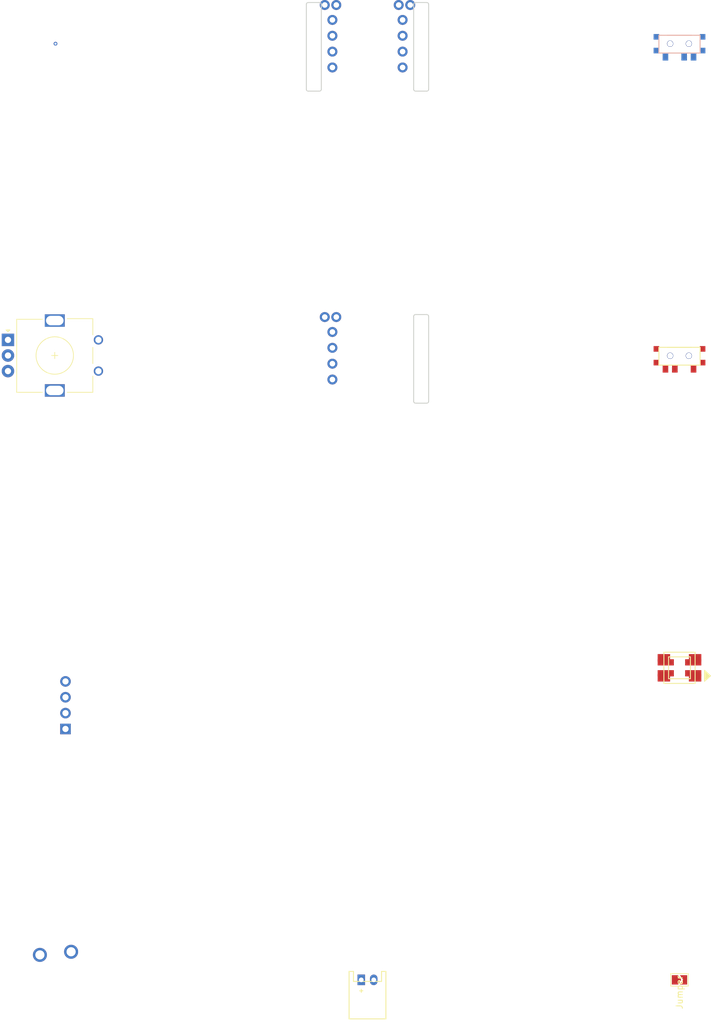
<source format=kicad_pcb>
(kicad_pcb (version 20221018) (generator pcbnew)
  (title_block (title "pcb") (rev "v1.0.0") (company "Unknown"))
  (layers (0 "F.Cu" signal) (31 "B.Cu" signal) (34 "B.Paste" user) (35 "F.Paste" user) (36 "B.SilkS" user "B.Silkscreen") (37 "F.SilkS" user "F.Silkscreen") (38 "B.Mask" user) (39 "F.Mask" user) (44 "Edge.Cuts" user))
  (net 0 "")
  (net 1 "from")
  (net 2 "to")
  (net 3 "pos")
  (net 4 "neg")
  (net 5 "VCC")
  (net 6 "GND")
  (net 7 "SDA")
  (net 8 "SCL")
  (net 9 "din")
  (net 10 "dout")
  (net 11 "A")
  (net 12 "B")
  (net 13 "C")
  (net 14 "D")
  (net 15 "net")
  (module ALPS (layer F.Cu) (at 0 0 0)
    (fp_text reference "S1" hide)
    (fp_text value "" hide)
    (pad 1 thru_hole circle (at 2.5 -4.5) (size 2.25 2.25) (drill 1.47) (layers *.Cu *.Mask) (net 1 "from"))
    (pad 2 thru_hole circle (at -2.5 -4) (size 2.25 2.25) (drill 1.47) (layers *.Cu *.Mask) (net 2 "to"))
  )
  (module JST_PH_S2B-PH-K_02x2.00mm_Angled (layer F.Cu) (at 50 0 0)
    (fp_text reference "JST1" hide)
    (fp_text value "" hide)
    (fp_line (start -2.25 0.25) (end -2.25 -1.35) (layer F.SilkS) (width 0.15))
    (fp_line (start -2.25 -1.35) (end -2.95 -1.35) (layer F.SilkS) (width 0.15))
    (fp_line (start -2.95 -1.35) (end -2.95 6.25) (layer F.SilkS) (width 0.15))
    (fp_line (start -2.95 6.25) (end 2.95 6.25) (layer F.SilkS) (width 0.15))
    (fp_line (start 2.95 6.25) (end 2.95 -1.35) (layer F.SilkS) (width 0.15))
    (fp_line (start 2.95 -1.35) (end 2.25 -1.35) (layer F.SilkS) (width 0.15))
    (fp_line (start 2.25 -1.35) (end 2.25 0.25) (layer F.SilkS) (width 0.15))
    (fp_line (start 2.25 0.25) (end -2.25 0.25) (layer F.SilkS) (width 0.15))
    (fp_line (start -1 1.5) (end -1 2.0) (layer F.SilkS) (width 0.15))
    (fp_line (start -1.25 1.75) (end -0.75 1.75) (layer F.SilkS) (width 0.15))
    (pad 1 thru_hole rect (at -1 0 0) (size 1.2 1.7) (drill 0.75) (layers *.Cu *.Mask) (net 3 "pos"))
    (pad 2 thru_hole oval (at 1 0 0) (size 1.2 1.7) (drill 0.75) (layers *.Cu *.Mask) (net 4 "neg"))
  )
  (footprint "Jumper:SolderJumper-2_P1.3mm_Open_TrianglePad1.0x1.5mm" (layer "F.Cu") (at 100 0 0)
    (fp_text reference "J1" hide)
    (fp_text value Jumper)
    (fp_text value Jumper (at 0 2 270) (layer F.SilkS))
    (fp_line (start 1.4 1) (end -1.4 1) (layer "F.SilkS") (width 0.12))
    (fp_line (start 1.4 -1) (end 1.4 1) (layer "F.SilkS") (width 0.12))
    (fp_line (start -1.4 1) (end -1.4 -1) (layer "F.SilkS") (width 0.12))
    (fp_line (start -1.4 -1) (end 1.4 -1) (layer "F.SilkS") (width 0.12))
    (pad "1" smd custom (at -0.725 0 0) (size 0.3 0.3) (layers "F.Cu" "F.Mask") (net 1 "from") (options (clearance outline) (anchor rect)) (primitives (gr_poly (pts (xy 1 0) (xy 0.5 0.75) (xy -0.5 0.75) (xy -0.5 -0.75) (xy 0.5 -0.75)) (width 0) (fill yes))))
    (pad "2" smd custom (at 0.725 0 0) (size 0.3 0.3) (layers "F.Cu" "F.Mask") (net 2 "to") (options (clearance outline) (anchor rect)) (primitives (gr_poly (pts (xy 0.5 0.75) (xy -0.65 0.75) (xy -0.15 0) (xy -0.65 -0.75) (xy 0.5 -0.75)) (width 0) (fill yes))))
  )
  (module lib:OLED_headers (layer F.Cu) (at 0 -50 0)
    (fp_text reference "OLED1" hide)
    (fp_text value OLED)
    (pad 4 thru_hole oval (at 1.6 2.18 270) (size 1.7 1.7) (drill 1) (layers *.Cu *.Mask) (net 7 "SDA"))
    (pad 3 thru_hole oval (at 1.6 4.72 270) (size 1.7 1.7) (drill 1) (layers *.Cu *.Mask) (net 8 "SCL"))
    (pad 2 thru_hole oval (at 1.6 7.26 270) (size 1.7 1.7) (drill 1) (layers *.Cu *.Mask) (net 5 "VCC"))
    (pad 1 thru_hole rect (at 1.6 9.8 270) (size 1.7 1.7) (drill 1) (layers *.Cu *.Mask) (net 6 "GND"))
  )
  (module OMRON_B3F-4055 (layer F.Cu) (at 50 -50 0)
    (fp_text reference "S2" hide)
    (fp_text value "" hide)
    (pad "" np_thru_hole circle (at 0 -4.5) (size 1.8 1.8) (drill 1.8) (layers *.Cu *.Mask))
    (pad "" np_thru_hole circle (at 0 4.5) (size 1.8 1.8) (drill 1.8) (layers *.Cu *.Mask))
    (pad 1 np_thru_hole circle (at 6.25 -2.5) (size 1.2 1.2) (drill 1.2) (layers *.Cu *.Mask) (net 1 "from"))
    (pad 2 np_thru_hole circle (at -6.25 -2.5) (size 1.2 1.2) (drill 1.2) (layers *.Cu *.Mask) (net 1 "from"))
    (pad 3 np_thru_hole circle (at 6.25 2.5) (size 1.2 1.2) (drill 1.2) (layers *.Cu *.Mask) (net 2 "to"))
    (pad 4 np_thru_hole circle (at -6.25 2.5) (size 1.2 1.2) (drill 1.2) (layers *.Cu *.Mask) (net 2 "to"))
  )
  (module WS2812B (layer F.Cu) (at 100 -50 0)
    (fp_text reference "LED1" hide)
    (fp_text value "" hide)
    (fp_line (start -1.75 -1.75) (end -1.75 1.75) (layer F.SilkS) (width 0.15))
    (fp_line (start -1.75 1.75) (end 1.75 1.75) (layer F.SilkS) (width 0.15))
    (fp_line (start 1.75 1.75) (end 1.75 -1.75) (layer F.SilkS) (width 0.15))
    (fp_line (start 1.75 -1.75) (end -1.75 -1.75) (layer F.SilkS) (width 0.15))
    (fp_line (start -2.5 -2.5) (end -2.5 2.5) (layer F.SilkS) (width 0.15))
    (fp_line (start -2.5 2.5) (end 2.5 2.5) (layer F.SilkS) (width 0.15))
    (fp_line (start 2.5 2.5) (end 2.5 -2.5) (layer F.SilkS) (width 0.15))
    (fp_line (start 2.5 -2.5) (end -2.5 -2.5) (layer F.SilkS) (width 0.15))
    (fp_poly (pts (xy 4 2.2) (xy 4 0.375) (xy 5 1.2875)) (layer F.SilkS) (width 0.1))
    (pad 1 smd rect (at -2.2 -0.875 0) (size 2.6 1) (layers F.Cu F.Paste F.Mask) (net 5 "VCC"))
    (pad 2 smd rect (at -2.2 0.875 0) (size 2.6 1) (layers F.Cu F.Paste F.Mask) (net 10 "dout"))
    (pad 3 smd rect (at 2.2 0.875 0) (size 2.6 1) (layers F.Cu F.Paste F.Mask) (net 6 "GND"))
    (pad 4 smd rect (at 2.2 -0.875 0) (size 2.6 1) (layers F.Cu F.Paste F.Mask) (net 9 "din"))
    (pad 11 smd rect (at -2.5 -1.6 0) (size 2 1.2) (layers F.Cu F.Paste F.Mask) (net 5 "VCC"))
    (pad 22 smd rect (at -2.5 1.6 0) (size 2 1.2) (layers F.Cu F.Paste F.Mask) (net 10 "dout"))
    (pad 33 smd rect (at 2.5 1.6 0) (size 2 1.2) (layers F.Cu F.Paste F.Mask) (net 6 "GND"))
    (pad 44 smd rect (at 2.5 -1.6 0) (size 2 1.2) (layers F.Cu F.Paste F.Mask) (net 9 "din"))
  )
  (module rotary_encoder (layer F.Cu) (at 0 -100 0)
    (fp_text reference "ROT1" hide)
    (fp_text value "")
    (fp_line (start -0.62 -0.04) (end 0.38 -0.04) (layer F.SilkS) (width 0.12))
    (fp_line (start -0.12 -0.54) (end -0.12 0.46) (layer F.SilkS) (width 0.12))
    (fp_line (start 5.98 3.26) (end 5.98 5.86) (layer F.SilkS) (width 0.12))
    (fp_line (start 5.98 -1.34) (end 5.98 1.26) (layer F.SilkS) (width 0.12))
    (fp_line (start 5.98 -5.94) (end 5.98 -3.34) (layer F.SilkS) (width 0.12))
    (fp_line (start -7.32 -4.14) (end -7.62 -3.84) (layer F.SilkS) (width 0.12))
    (fp_line (start -7.92 -4.14) (end -7.32 -4.14) (layer F.SilkS) (width 0.12))
    (fp_line (start -7.62 -3.84) (end -7.92 -4.14) (layer F.SilkS) (width 0.12))
    (fp_line (start -6.22 -5.84) (end -6.22 5.86) (layer F.SilkS) (width 0.12))
    (fp_line (start -2.12 -5.84) (end -6.22 -5.84) (layer F.SilkS) (width 0.12))
    (fp_line (start -2.12 5.86) (end -6.22 5.86) (layer F.SilkS) (width 0.12))
    (fp_line (start 5.98 5.86) (end 1.88 5.86) (layer F.SilkS) (width 0.12))
    (fp_line (start 1.88 -5.94) (end 5.98 -5.94) (layer F.SilkS) (width 0.12))
    (fp_circle (center -0.12 -0.04) (end 2.88 -0.04) (layer F.SilkS) (width 0.12))
    (pad A thru_hole rect (at -7.62 -2.54 0) (size 2 2) (drill 1) (layers *.Cu *.Mask) (net 11 "A"))
    (pad C thru_hole circle (at -7.62 -0.04) (size 2 2) (drill 1) (layers *.Cu *.Mask) (net 13 "C"))
    (pad B thru_hole circle (at -7.62 2.46) (size 2 2) (drill 1) (layers *.Cu *.Mask) (net 12 "B"))
    (pad 1 thru_hole circle (at 6.88 -2.54) (size 1.5 1.5) (drill 1) (layers *.Cu *.Mask) (net 1 "from"))
    (pad 2 thru_hole circle (at 6.88 2.46) (size 1.5 1.5) (drill 1) (layers *.Cu *.Mask) (net 2 "to"))
    (pad "" thru_hole rect (at -0.12 -5.64 0) (size 3.2 2) (drill oval 2.8 1.5) (layers *.Cu *.Mask))
    (pad "" thru_hole rect (at -0.12 5.56 0) (size 3.2 2) (drill oval 2.8 1.5) (layers *.Cu *.Mask))
  )
  (module RollerEncoder_Panasonic_EVQWGD001 (layer "F.Cu") (at 50 -100 0)
    (fp_text reference REF**)
    (fp_text value RollerEncoder_Panasonic_EVQWGD001)
    (fp_line (start 9.8 7.3) (end 9.8 -6.3) (layer "Edge.Cuts") (width 0.15))
    (fp_line (start 7.4 -6.3) (end 7.4 7.3) (layer "Edge.Cuts") (width 0.15))
    (fp_line (start 9.5 -6.6) (end 7.7 -6.6) (layer "Edge.Cuts") (width 0.15))
    (fp_line (start 7.7 7.6) (end 9.5 7.6) (layer "Edge.Cuts") (width 0.15))
    (fp_arc (start 9.8 7.3) (mid 9.712132 7.512132) (end 9.5 7.6) (layer "Edge.Cuts") (width 0.15))
    (fp_arc (start 7.7 7.6) (mid 7.487868 7.512132) (end 7.4 7.3) (layer "Edge.Cuts") (width 0.15))
    (fp_arc (start 9.5 -6.6) (mid 9.712132 -6.512132) (end 9.8 -6.3) (layer "Edge.Cuts") (width 0.15))
    (fp_arc (start 7.4 -6.3) (mid 7.487868 -6.512132) (end 7.7 -6.6) (layer "Edge.Cuts") (width 0.15))
    (pad "S1" thru_hole circle (at -6.85 -6.2 0) (size 1.6 1.6) (drill 0.9) (layers *.Cu *.Mask) (net 1 "from"))
    (pad "S2" thru_hole circle (at -5 -6.2 0) (size 1.6 1.6) (drill 0.9) (layers *.Cu *.Mask) (net 2 "to"))
    (pad "A" thru_hole circle (at -5.625 -3.81 0) (size 1.6 1.6) (drill 0.9) (layers *.Cu *.Mask) (net 11 "A"))
    (pad "B" thru_hole circle (at -5.625 -1.27 0) (size 1.6 1.6) (drill 0.9) (layers *.Cu *.Mask) (net 12 "B"))
    (pad "C" thru_hole circle (at -5.625 1.27 0) (size 1.6 1.6) (drill 0.9) (layers *.Cu *.Mask) (net 13 "C"))
    (pad "D" thru_hole circle (at -5.625 3.81 0) (size 1.6 1.6) (drill 0.9) (layers *.Cu *.Mask) (net 14 "D"))
    (pad "" np_thru_hole circle (at -5.625 6.3 0) (size 1.5 1.5) (drill 1.5) (layers *.Cu *.Mask))
  )
  (module E73:SPDT_C128955 (layer F.Cu) (at 100 -100 0)
    (fp_text reference "T1" hide)
    (fp_text value "" hide)
    (fp_line (start 1.95 -1.35) (end -1.95 -1.35) (layer F.SilkS) (width 0.15))
    (fp_line (start 0 -1.35) (end -3.3 -1.35) (layer F.SilkS) (width 0.15))
    (fp_line (start -3.3 -1.35) (end -3.3 1.5) (layer F.SilkS) (width 0.15))
    (fp_line (start -3.3 1.5) (end 3.3 1.5) (layer F.SilkS) (width 0.15))
    (fp_line (start 3.3 1.5) (end 3.3 -1.35) (layer F.SilkS) (width 0.15))
    (fp_line (start 0 -1.35) (end 3.3 -1.35) (layer F.SilkS) (width 0.15))
    (pad "" np_thru_hole circle (at 1.5 0) (size 1 1) (drill 0.9) (layers *.Cu *.Mask))
    (pad "" np_thru_hole circle (at -1.5 0) (size 1 1) (drill 0.9) (layers *.Cu *.Mask))
    (pad 1 smd rect (at 2.25 2.075 0) (size 0.9 1.25) (layers F.Cu F.Paste F.Mask) (net 1 "from"))
    (pad 2 smd rect (at -0.75 2.075 0) (size 0.9 1.25) (layers F.Cu F.Paste F.Mask) (net 2 "to"))
    (pad 3 smd rect (at -2.25 2.075 0) (size 0.9 1.25) (layers F.Cu F.Paste F.Mask))
    (pad "" smd rect (at 3.7 -1.1 0) (size 0.9 0.9) (layers F.Cu F.Paste F.Mask))
    (pad "" smd rect (at 3.7 1.1 0) (size 0.9 0.9) (layers F.Cu F.Paste F.Mask))
    (pad "" smd rect (at -3.7 1.1 0) (size 0.9 0.9) (layers F.Cu F.Paste F.Mask))
    (pad "" smd rect (at -3.7 -1.1 0) (size 0.9 0.9) (layers F.Cu F.Paste F.Mask))
  )
  (module VIA-0.6mm (layer F.Cu) (at 0 -150 0)
    (fp_text reference _1 hide)
    (fp_text value VIA-0.6mm hide)
    (pad 1 thru_hole circle (at 0 0) (size 0.6 0.6) (drill 0.3) (layers *.Cu) (net 15 "net"))
  )
  (module RollerEncoder_Panasonic_EVQWGD001 (layer "F.Cu") (at 50 -150 0)
    (fp_text reference REF**)
    (fp_text value RollerEncoder_Panasonic_EVQWGD001)
    (fp_line (start 9.8 7.3) (end 9.8 -6.3) (layer "Edge.Cuts") (width 0.15))
    (fp_line (start 7.4 -6.3) (end 7.4 7.3) (layer "Edge.Cuts") (width 0.15))
    (fp_line (start 9.5 -6.6) (end 7.7 -6.6) (layer "Edge.Cuts") (width 0.15))
    (fp_line (start 7.7 7.6) (end 9.5 7.6) (layer "Edge.Cuts") (width 0.15))
    (fp_arc (start 9.8 7.3) (mid 9.712132 7.512132) (end 9.5 7.6) (layer "Edge.Cuts") (width 0.15))
    (fp_arc (start 7.7 7.6) (mid 7.487868 7.512132) (end 7.4 7.3) (layer "Edge.Cuts") (width 0.15))
    (fp_arc (start 9.5 -6.6) (mid 9.712132 -6.512132) (end 9.8 -6.3) (layer "Edge.Cuts") (width 0.15))
    (fp_arc (start 7.4 -6.3) (mid 7.487868 -6.512132) (end 7.7 -6.6) (layer "Edge.Cuts") (width 0.15))
    (fp_line (start -9.8 7.3) (end -9.8 -6.3) (layer "Edge.Cuts") (width 0.15))
    (fp_line (start -7.4 -6.3) (end -7.4 7.3) (layer "Edge.Cuts") (width 0.15))
    (fp_line (start -9.5 -6.6) (end -7.7 -6.6) (layer "Edge.Cuts") (width 0.15))
    (fp_line (start -7.7 7.6) (end -9.5 7.6) (layer "Edge.Cuts") (width 0.15))
    (fp_arc (start -9.5 7.6) (mid -9.712132 7.512132) (end -9.8 7.3) (layer "Edge.Cuts") (width 0.15))
    (fp_arc (start -7.4 7.3) (mid -7.487868 7.512132) (end -7.7 7.6) (layer "Edge.Cuts") (width 0.15))
    (fp_arc (start -9.8 -6.3) (mid -9.712132 -6.512132) (end -9.5 -6.6) (layer "Edge.Cuts") (width 0.15))
    (fp_arc (start -7.7 -6.6) (mid -7.487868 -6.512132) (end -7.4 -6.3) (layer "Edge.Cuts") (width 0.15))
    (pad "S1" thru_hole circle (at -6.85 -6.2 0) (size 1.6 1.6) (drill 0.9) (layers *.Cu *.Mask) (net 1 "from"))
    (pad "S2" thru_hole circle (at -5 -6.2 0) (size 1.6 1.6) (drill 0.9) (layers *.Cu *.Mask) (net 2 "to"))
    (pad "A" thru_hole circle (at -5.625 -3.81 0) (size 1.6 1.6) (drill 0.9) (layers *.Cu *.Mask) (net 11 "A"))
    (pad "B" thru_hole circle (at -5.625 -1.27 0) (size 1.6 1.6) (drill 0.9) (layers *.Cu *.Mask) (net 12 "B"))
    (pad "C" thru_hole circle (at -5.625 1.27 0) (size 1.6 1.6) (drill 0.9) (layers *.Cu *.Mask) (net 13 "C"))
    (pad "D" thru_hole circle (at -5.625 3.81 0) (size 1.6 1.6) (drill 0.9) (layers *.Cu *.Mask) (net 14 "D"))
    (pad "" np_thru_hole circle (at -5.625 6.3 0) (size 1.5 1.5) (drill 1.5) (layers *.Cu *.Mask))
    (pad "S1" thru_hole circle (at 6.85 -6.2 0) (size 1.6 1.6) (drill 0.9) (layers *.Cu *.Mask) (net 1 "from"))
    (pad "S2" thru_hole circle (at 5 -6.2 0) (size 1.6 1.6) (drill 0.9) (layers *.Cu *.Mask) (net 2 "to"))
    (pad "A" thru_hole circle (at 5.625 -3.81 0) (size 1.6 1.6) (drill 0.9) (layers *.Cu *.Mask) (net 11 "A"))
    (pad "B" thru_hole circle (at 5.625 -1.27 0) (size 1.6 1.6) (drill 0.9) (layers *.Cu *.Mask) (net 12 "B"))
    (pad "C" thru_hole circle (at 5.625 1.27 0) (size 1.6 1.6) (drill 0.9) (layers *.Cu *.Mask) (net 13 "C"))
    (pad "D" thru_hole circle (at 5.625 3.81 0) (size 1.6 1.6) (drill 0.9) (layers *.Cu *.Mask) (net 14 "D"))
    (pad "" np_thru_hole circle (at 5.625 6.3 0) (size 1.5 1.5) (drill 1.5) (layers *.Cu *.Mask))
  )
  (module E73:SPDT_C128955 (layer F.Cu) (at 100 -150 0)
    (fp_text reference "T2" hide)
    (fp_text value "" hide)
    (fp_line (start 1.95 -1.35) (end -1.95 -1.35) (layer B.SilkS) (width 0.15))
    (fp_line (start 0 -1.35) (end -3.3 -1.35) (layer B.SilkS) (width 0.15))
    (fp_line (start -3.3 -1.35) (end -3.3 1.5) (layer B.SilkS) (width 0.15))
    (fp_line (start -3.3 1.5) (end 3.3 1.5) (layer B.SilkS) (width 0.15))
    (fp_line (start 3.3 1.5) (end 3.3 -1.35) (layer B.SilkS) (width 0.15))
    (fp_line (start 0 -1.35) (end 3.3 -1.35) (layer B.SilkS) (width 0.15))
    (pad "" np_thru_hole circle (at 1.5 0) (size 1 1) (drill 0.9) (layers *.Cu *.Mask))
    (pad "" np_thru_hole circle (at -1.5 0) (size 1 1) (drill 0.9) (layers *.Cu *.Mask))
    (pad 1 smd rect (at -2.25 2.075 0) (size 0.9 1.25) (layers B.Cu B.Paste B.Mask) (net 1 "from"))
    (pad 2 smd rect (at 0.75 2.075 0) (size 0.9 1.25) (layers B.Cu B.Paste B.Mask) (net 2 "to"))
    (pad 3 smd rect (at 2.25 2.075 0) (size 0.9 1.25) (layers B.Cu B.Paste B.Mask))
    (pad "" smd rect (at 3.7 -1.1 0) (size 0.9 0.9) (layers B.Cu B.Paste B.Mask))
    (pad "" smd rect (at 3.7 1.1 0) (size 0.9 0.9) (layers B.Cu B.Paste B.Mask))
    (pad "" smd rect (at -3.7 1.1 0) (size 0.9 0.9) (layers B.Cu B.Paste B.Mask))
    (pad "" smd rect (at -3.7 -1.1 0) (size 0.9 0.9) (layers B.Cu B.Paste B.Mask))
  )
)
</source>
